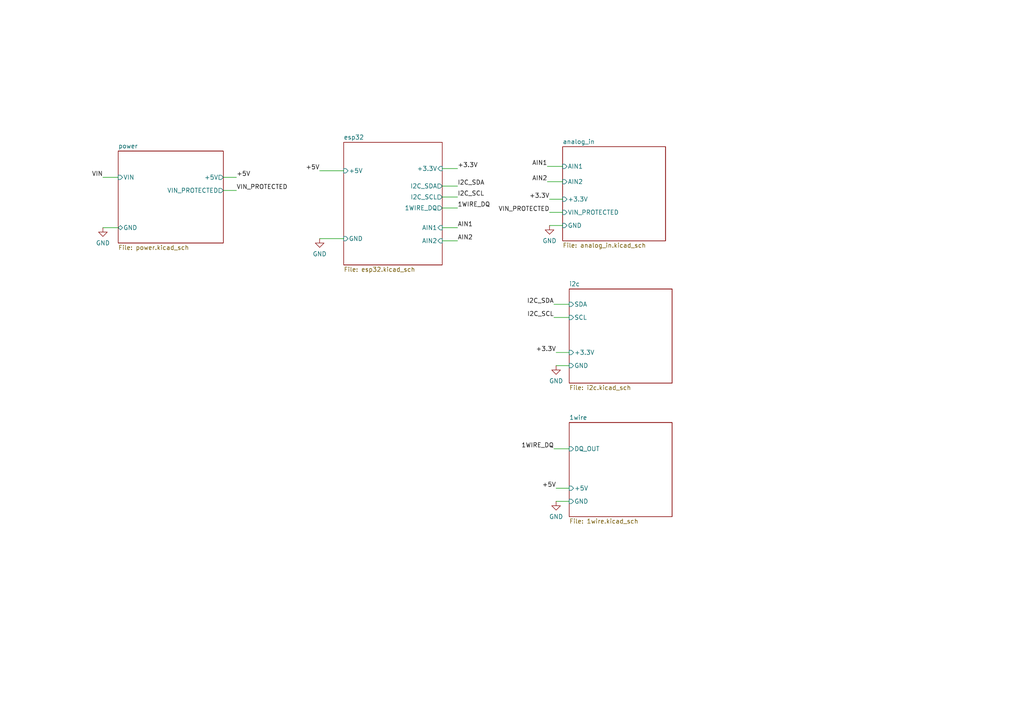
<source format=kicad_sch>
(kicad_sch (version 20211123) (generator eeschema)
  (paper "A4")
  (lib_symbols
    (symbol "power:GND" (power) (pin_names (offset 0))
      (property "Value" "GND" (at 0 -3.81 0))
      (symbol "GND_0_1"
        (polyline (pts (xy 0 0) (xy 0 -1.27) (xy 1.27 -1.27) (xy 0 -2.54) (xy -1.27 -1.27) (xy 0 -1.27)))
      )
      (symbol "GND_1_1"
        (pin power_in line (at 0 0 270) (length 0) hide (name "GND") (number "1"))
      )
    )
  )
  (wire (pts (xy 92.71 49.53) (xy 99.695 49.53)))
  (wire (pts (xy 161.29 141.605) (xy 165.1 141.605)))
  (wire (pts (xy 161.29 102.235) (xy 165.1 102.235)))
  (wire (pts (xy 161.29 106.045) (xy 165.1 106.045)))
  (wire (pts (xy 128.27 53.975) (xy 132.715 53.975)))
  (wire (pts (xy 158.75 52.705) (xy 163.195 52.705)))
  (wire (pts (xy 92.71 69.215) (xy 99.695 69.215)))
  (wire (pts (xy 128.27 69.85) (xy 132.715 69.85)))
  (wire (pts (xy 128.27 48.895) (xy 132.715 48.895)))
  (wire (pts (xy 128.27 66.04) (xy 132.715 66.04)))
  (wire (pts (xy 160.655 130.175) (xy 165.1 130.175)))
  (wire (pts (xy 160.655 92.075) (xy 165.1 92.075)))
  (wire (pts (xy 29.845 66.04) (xy 34.29 66.04)))
  (wire (pts (xy 160.655 88.265) (xy 165.1 88.265)))
  (wire (pts (xy 158.75 48.26) (xy 163.195 48.26)))
  (wire (pts (xy 161.29 145.415) (xy 165.1 145.415)))
  (wire (pts (xy 159.385 61.595) (xy 163.195 61.595)))
  (wire (pts (xy 159.385 65.405) (xy 163.195 65.405)))
  (wire (pts (xy 128.27 60.325) (xy 132.715 60.325)))
  (wire (pts (xy 64.77 51.435) (xy 68.58 51.435)))
  (wire (pts (xy 128.27 57.15) (xy 132.715 57.15)))
  (wire (pts (xy 64.77 55.245) (xy 68.58 55.245)))
  (wire (pts (xy 29.845 51.435) (xy 34.29 51.435)))
  (wire (pts (xy 159.385 57.785) (xy 163.195 57.785)))
  (label "AIN2" (at 132.715 69.85 0))
  (label "VIN_PROTECTED" (at 68.58 55.245 0))
  (label "VIN" (at 29.845 51.435 180))
  (label "VIN_PROTECTED" (at 159.385 61.595 180))
  (label "+3.3V" (at 132.715 48.895 0))
  (label "+5V" (at 68.58 51.435 0))
  (label "1WIRE_DQ" (at 132.715 60.325 0))
  (label "AIN2" (at 158.75 52.705 180))
  (label "I2C_SDA" (at 132.715 53.975 0))
  (label "AIN1" (at 132.715 66.04 0))
  (label "+5V" (at 92.71 49.53 180))
  (label "1WIRE_DQ" (at 160.655 130.175 180))
  (label "+5V" (at 161.29 141.605 180))
  (label "AIN1" (at 158.75 48.26 180))
  (label "I2C_SDA" (at 160.655 88.265 180))
  (label "+3.3V" (at 161.29 102.235 180))
  (label "I2C_SCL" (at 132.715 57.15 0))
  (label "I2C_SCL" (at 160.655 92.075 180))
  (label "+3.3V" (at 159.385 57.785 180))
  (symbol (lib_id "power:GND") (at 161.29 145.415 0) (unit 1)
    (property "Reference" "#PWR0105" (effects hide))
    (property "Value" "GND" (at 161.29 149.86 0))
  )
  (symbol (lib_id "power:GND") (at 29.845 66.04 0) (unit 1)
    (property "Reference" "#PWR0106" (effects hide))
    (property "Value" "GND" (at 29.845 70.485 0))
  )
  (symbol (lib_id "power:GND") (at 159.385 65.405 0) (unit 1)
    (property "Reference" "#PWR0103" (effects hide))
    (property "Value" "GND" (at 159.385 69.85 0))
  )
  (symbol (lib_id "power:GND") (at 92.71 69.215 0) (unit 1)
    (property "Reference" "#PWR0107" (effects hide))
    (property "Value" "GND" (at 92.71 73.66 0))
  )
  (symbol (lib_id "power:GND") (at 161.29 106.045 0) (unit 1)
    (property "Reference" "#PWR0104" (effects hide))
    (property "Value" "GND" (at 161.29 110.49 0))
  )
  (sheet (at 99.695 41.275) (size 28.575 35.56) (stroke (width 0.1524))
    (property "Sheet name" "esp32" (at 99.695 40.5634 0) (effects (justify left bottom)))
    (property "Sheet file" "esp32.kicad_sch" (at 99.695 77.4196 0) (effects (justify left top)))
    (pin "I2C_SDA" output (at 128.27 53.975 0))
    (pin "I2C_SCL" output (at 128.27 57.15 0))
    (pin "1WIRE_DQ" output (at 128.27 60.325 0))
    (pin "GND" input (at 99.695 69.215 180))
    (pin "+3.3V" input (at 128.27 48.895 0))
    (pin "+5V" input (at 99.695 49.53 180))
    (pin "AIN1" input (at 128.27 66.04 0))
    (pin "AIN2" input (at 128.27 69.85 0))
  )
  (sheet (at 163.195 42.545) (size 29.845 27.305) (stroke (width 0.1524))
    (property "Sheet name" "analog_in" (at 163.195 41.8334 0) (effects (justify left bottom)))
    (property "Sheet file" "analog_in.kicad_sch" (at 163.195 70.4346 0) (effects (justify left top)))
    (pin "AIN1" input (at 163.195 48.26 180))
    (pin "GND" input (at 163.195 65.405 180))
    (pin "+3.3V" input (at 163.195 57.785 180))
    (pin "AIN2" input (at 163.195 52.705 180))
    (pin "VIN_PROTECTED" input (at 163.195 61.595 180))
  )
  (sheet (at 34.29 43.815) (size 30.48 26.67) (stroke (width 0.1524))
    (property "Sheet name" "power" (at 34.29 43.1034 0) (effects (justify left bottom)))
    (property "Sheet file" "power.kicad_sch" (at 34.29 71.0696 0) (effects (justify left top)))
    (pin "+5V" output (at 64.77 51.435 0))
    (pin "VIN" input (at 34.29 51.435 180))
    (pin "GND" bidirectional (at 34.29 66.04 180))
    (pin "VIN_PROTECTED" output (at 64.77 55.245 0))
  )
  (sheet (at 165.1 122.555) (size 29.845 27.305) (stroke (width 0.1524))
    (property "Sheet name" "1wire" (at 165.1 121.8434 0) (effects (justify left bottom)))
    (property "Sheet file" "1wire.kicad_sch" (at 165.1 150.4446 0) (effects (justify left top)))
    (pin "GND" input (at 165.1 145.415 180))
    (pin "DQ_OUT" input (at 165.1 130.175 180))
    (pin "+5V" input (at 165.1 141.605 180))
  )
  (sheet (at 165.1 83.82) (size 29.845 27.305) (stroke (width 0.1524))
    (property "Sheet name" "i2c" (at 165.1 83.1084 0) (effects (justify left bottom)))
    (property "Sheet file" "i2c.kicad_sch" (at 165.1 111.7096 0) (effects (justify left top)))
    (pin "GND" input (at 165.1 106.045 180))
    (pin "SDA" input (at 165.1 88.265 180))
    (pin "+3.3V" input (at 165.1 102.235 180))
    (pin "SCL" input (at 165.1 92.075 180))
  )
)
</source>
